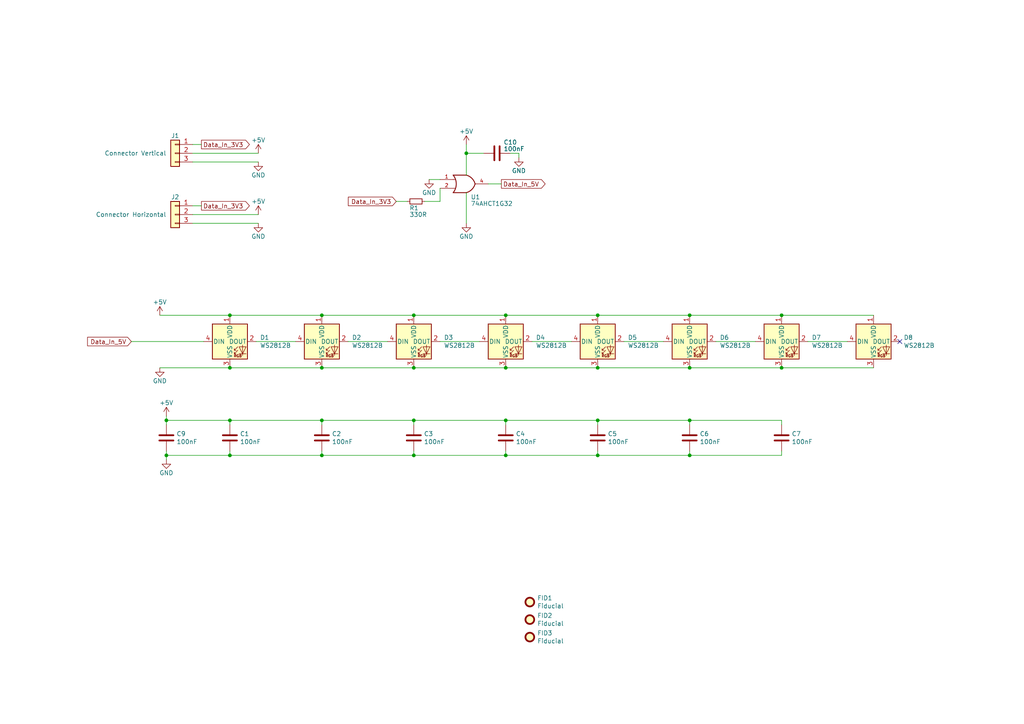
<source format=kicad_sch>
(kicad_sch (version 20211123) (generator eeschema)
  (paper "A4")
  (title_block (title "Index - Ring Light") (date "2021-09-14") (rev "04"))
  (lib_symbols
    (symbol "74xGxx:74AHCT1G32" (pin_names (offset 1.016))
      (property "Reference" "U" (at -2.54 3.81 0))
      (property "Value" "74AHCT1G32" (at 0 -3.81 0))
      (symbol "74AHCT1G32_0_1"
        (arc (start -3.81 -2.54) (mid -2.919 0) (end -3.81 2.54) (stroke (width 0.254)))
        (arc (start 0 -2.54) (mid 1.601 -1.601) (end 2.54 0) (stroke (width 0.254)))
        (polyline (pts (xy -3.81 -1.27) (xy -3.175 -1.27)))
        (polyline (pts (xy -3.81 1.27) (xy -3.175 1.27)))
        (polyline (pts (xy 0 -2.54) (xy -3.81 -2.54)) (stroke (width 0.254)) (fill (type background)))
        (polyline (pts (xy 0 2.54) (xy -3.81 2.54)) (stroke (width 0.254)) (fill (type background)))
        (arc (start 2.54 0) (mid 1.6136 1.6136) (end 0 2.54) (stroke (width 0.254)))
      )
      (symbol "74AHCT1G32_1_1"
        (pin input line (at -7.62 1.27 0) (length 3.81) (name "~") (number "1"))
        (pin input line (at -7.62 -1.27 0) (length 3.81) (name "~") (number "2"))
        (pin power_in line (at 0 -2.54 270) (length 0) hide (name "GND") (number "3"))
        (pin output line (at 6.35 0 180) (length 3.81) (name "~") (number "4"))
        (pin power_in line (at 0 2.54 90) (length 0) hide (name "VCC") (number "5"))
      )
    )
    (symbol "Connector_Generic:Conn_01x03" (pin_names (offset 1.016) hide)
      (property "Reference" "J" (at 0 5.08 0))
      (property "Value" "Conn_01x03" (at 0 -5.08 0))
      (symbol "Conn_01x03_1_1"
        (rectangle (start -1.27 -2.413) (end 0 -2.667) (stroke (width 0.1524)))
        (rectangle (start -1.27 0.127) (end 0 -0.127) (stroke (width 0.1524)))
        (rectangle (start -1.27 2.667) (end 0 2.413) (stroke (width 0.1524)))
        (rectangle (start -1.27 3.81) (end 1.27 -3.81) (stroke (width 0.254)) (fill (type background)))
        (pin passive line (at -5.08 2.54 0) (length 3.81) (name "Pin_1") (number "1"))
        (pin passive line (at -5.08 0 0) (length 3.81) (name "Pin_2") (number "2"))
        (pin passive line (at -5.08 -2.54 0) (length 3.81) (name "Pin_3") (number "3"))
      )
    )
    (symbol "Device:C" (pin_numbers hide) (pin_names (offset 0.254))
      (property "Reference" "C" (at 0.635 2.54 0))
      (property "Value" "C" (at 0.635 -2.54 0))
      (symbol "C_0_1"
        (polyline (pts (xy -2.032 -0.762) (xy 2.032 -0.762)) (stroke (width 0.508)))
        (polyline (pts (xy -2.032 0.762) (xy 2.032 0.762)) (stroke (width 0.508)))
      )
      (symbol "C_1_1"
        (pin passive line (at 0 3.81 270) (length 2.794) (name "~") (number "1"))
        (pin passive line (at 0 -3.81 90) (length 2.794) (name "~") (number "2"))
      )
    )
    (symbol "Device:R_Small" (pin_numbers hide) (pin_names (offset 0.254) hide)
      (property "Reference" "R" (at 0.762 0.508 0))
      (property "Value" "R_Small" (at 0.762 -1.016 0))
      (symbol "R_Small_0_1"
        (rectangle (start -0.762 1.778) (end 0.762 -1.778) (stroke (width 0.2032)))
      )
      (symbol "R_Small_1_1"
        (pin passive line (at 0 2.54 270) (length 0.762) (name "~") (number "1"))
        (pin passive line (at 0 -2.54 90) (length 0.762) (name "~") (number "2"))
      )
    )
    (symbol "LED:WS2812B" (pin_names (offset 0.254))
      (property "Reference" "D" (at 5.08 5.715 0))
      (property "Value" "WS2812B" (at 1.27 -5.715 0))
      (symbol "WS2812B_0_0"
        (text "RGB" (at 2.286 -4.191 0) (effects (font (size 0.762 0.762))))
      )
      (symbol "WS2812B_0_1"
        (polyline (pts (xy 1.27 -3.556) (xy 1.778 -3.556)))
        (polyline (pts (xy 1.27 -2.54) (xy 1.778 -2.54)))
        (polyline (pts (xy 4.699 -3.556) (xy 2.667 -3.556)))
        (polyline (pts (xy 2.286 -2.54) (xy 1.27 -3.556) (xy 1.27 -3.048)))
        (polyline (pts (xy 2.286 -1.524) (xy 1.27 -2.54) (xy 1.27 -2.032)))
        (polyline (pts (xy 3.683 -1.016) (xy 3.683 -3.556) (xy 3.683 -4.064)))
        (polyline (pts (xy 4.699 -1.524) (xy 2.667 -1.524) (xy 3.683 -3.556) (xy 4.699 -1.524)))
        (rectangle (start 5.08 5.08) (end -5.08 -5.08) (stroke (width 0.254)) (fill (type background)))
      )
      (symbol "WS2812B_1_1"
        (pin power_in line (at 0 7.62 270) (length 2.54) (name "VDD") (number "1"))
        (pin output line (at 7.62 0 180) (length 2.54) (name "DOUT") (number "2"))
        (pin power_in line (at 0 -7.62 90) (length 2.54) (name "VSS") (number "3"))
        (pin input line (at -7.62 0 0) (length 2.54) (name "DIN") (number "4"))
      )
    )
    (symbol "Mechanical:Fiducial"
      (property "Reference" "FID" (at 0 5.08 0))
      (property "Value" "Fiducial" (at 0 3.175 0))
      (symbol "Fiducial_0_1"
        (circle (center 0 0) (radius 1.27) (stroke (width 0.508)) (fill (type background)))
      )
    )
    (symbol "power:+5V" (power) (pin_names (offset 0))
      (property "Value" "+5V" (at 0 3.556 0))
      (symbol "+5V_0_1"
        (polyline (pts (xy -0.762 1.27) (xy 0 2.54)))
        (polyline (pts (xy 0 0) (xy 0 2.54)))
        (polyline (pts (xy 0 2.54) (xy 0.762 1.27)))
      )
      (symbol "+5V_1_1"
        (pin power_in line (at 0 0 90) (length 0) hide (name "+5V") (number "1"))
      )
    )
    (symbol "power:GND" (power) (pin_names (offset 0))
      (property "Value" "GND" (at 0 -3.81 0))
      (symbol "GND_0_1"
        (polyline (pts (xy 0 0) (xy 0 -1.27) (xy 1.27 -1.27) (xy 0 -2.54) (xy -1.27 -1.27) (xy 0 -1.27)))
      )
      (symbol "GND_1_1"
        (pin power_in line (at 0 0 270) (length 0) hide (name "GND") (number "1"))
      )
    )
  )
  (junction (at 173.355 106.68))
  (junction (at 66.675 91.44))
  (junction (at 93.345 132.08))
  (junction (at 66.675 121.92))
  (junction (at 66.675 106.68))
  (junction (at 120.015 106.68))
  (junction (at 226.695 106.68))
  (junction (at 173.355 132.08))
  (junction (at 146.685 91.44))
  (junction (at 226.695 91.44))
  (junction (at 48.26 132.08))
  (junction (at 146.685 132.08))
  (junction (at 66.675 132.08))
  (junction (at 120.015 91.44))
  (junction (at 93.345 121.92))
  (junction (at 120.015 121.92))
  (junction (at 146.685 121.92))
  (junction (at 146.685 106.68))
  (junction (at 200.025 91.44))
  (junction (at 93.345 106.68))
  (junction (at 120.015 132.08))
  (junction (at 200.025 106.68))
  (junction (at 200.025 132.08))
  (junction (at 93.345 91.44))
  (junction (at 173.355 121.92))
  (junction (at 200.025 121.92))
  (junction (at 135.255 44.45))
  (junction (at 173.355 91.44))
  (junction (at 48.26 121.92))
  (no_connect (at 260.985 99.06))
  (wire (pts (xy 173.355 91.44) (xy 200.025 91.44)))
  (wire (pts (xy 150.495 44.45) (xy 150.495 45.72)))
  (wire (pts (xy 120.015 91.44) (xy 146.685 91.44)))
  (wire (pts (xy 120.015 121.92) (xy 146.685 121.92)))
  (wire (pts (xy 93.345 106.68) (xy 66.675 106.68)))
  (wire (pts (xy 46.355 91.44) (xy 66.675 91.44)))
  (wire (pts (xy 200.025 121.92) (xy 200.025 123.19)))
  (wire (pts (xy 66.675 121.92) (xy 66.675 123.19)))
  (wire (pts (xy 55.88 41.91) (xy 58.42 41.91)))
  (wire (pts (xy 120.015 132.08) (xy 146.685 132.08)))
  (wire (pts (xy 127.635 99.06) (xy 139.065 99.06)))
  (wire (pts (xy 38.1 99.06) (xy 59.055 99.06)))
  (wire (pts (xy 146.685 132.08) (xy 146.685 130.81)))
  (wire (pts (xy 55.88 59.69) (xy 58.42 59.69)))
  (wire (pts (xy 207.645 99.06) (xy 219.075 99.06)))
  (wire (pts (xy 141.605 53.34) (xy 145.415 53.34)))
  (wire (pts (xy 140.335 44.45) (xy 135.255 44.45)))
  (wire (pts (xy 154.305 99.06) (xy 165.735 99.06)))
  (wire (pts (xy 66.675 132.08) (xy 93.345 132.08)))
  (wire (pts (xy 48.26 130.81) (xy 48.26 132.08)))
  (wire (pts (xy 48.26 121.92) (xy 48.26 123.19)))
  (wire (pts (xy 180.975 99.06) (xy 192.405 99.06)))
  (wire (pts (xy 93.345 91.44) (xy 120.015 91.44)))
  (wire (pts (xy 234.315 99.06) (xy 245.745 99.06)))
  (wire (pts (xy 55.88 44.45) (xy 74.93 44.45)))
  (wire (pts (xy 200.025 106.68) (xy 226.695 106.68)))
  (wire (pts (xy 55.88 62.23) (xy 74.93 62.23)))
  (wire (pts (xy 66.675 132.08) (xy 66.675 130.81)))
  (wire (pts (xy 173.355 132.08) (xy 200.025 132.08)))
  (wire (pts (xy 55.88 64.77) (xy 74.93 64.77)))
  (wire (pts (xy 93.345 132.08) (xy 93.345 130.81)))
  (wire (pts (xy 200.025 132.08) (xy 200.025 130.81)))
  (wire (pts (xy 173.355 121.92) (xy 173.355 123.19)))
  (wire (pts (xy 100.965 99.06) (xy 112.395 99.06)))
  (wire (pts (xy 200.025 132.08) (xy 226.695 132.08)))
  (wire (pts (xy 93.345 132.08) (xy 120.015 132.08)))
  (wire (pts (xy 46.355 106.68) (xy 66.675 106.68)))
  (wire (pts (xy 135.255 44.45) (xy 135.255 50.8)))
  (wire (pts (xy 120.015 121.92) (xy 120.015 123.19)))
  (wire (pts (xy 173.355 121.92) (xy 200.025 121.92)))
  (wire (pts (xy 226.695 121.92) (xy 226.695 123.19)))
  (wire (pts (xy 135.255 55.88) (xy 135.255 64.77)))
  (wire (pts (xy 173.355 132.08) (xy 173.355 130.81)))
  (wire (pts (xy 200.025 106.68) (xy 173.355 106.68)))
  (wire (pts (xy 93.345 121.92) (xy 120.015 121.92)))
  (wire (pts (xy 146.685 106.68) (xy 173.355 106.68)))
  (wire (pts (xy 147.955 44.45) (xy 150.495 44.45)))
  (wire (pts (xy 120.015 106.68) (xy 146.685 106.68)))
  (wire (pts (xy 146.685 121.92) (xy 146.685 123.19)))
  (wire (pts (xy 200.025 91.44) (xy 226.695 91.44)))
  (wire (pts (xy 146.685 132.08) (xy 173.355 132.08)))
  (wire (pts (xy 226.695 91.44) (xy 253.365 91.44)))
  (wire (pts (xy 48.26 132.08) (xy 48.26 133.35)))
  (wire (pts (xy 226.695 132.08) (xy 226.695 130.81)))
  (wire (pts (xy 146.685 91.44) (xy 173.355 91.44)))
  (wire (pts (xy 48.26 120.65) (xy 48.26 121.92)))
  (wire (pts (xy 74.295 99.06) (xy 85.725 99.06)))
  (wire (pts (xy 93.345 121.92) (xy 93.345 123.19)))
  (wire (pts (xy 55.88 46.99) (xy 74.93 46.99)))
  (wire (pts (xy 48.26 132.08) (xy 66.675 132.08)))
  (wire (pts (xy 93.345 106.68) (xy 120.015 106.68)))
  (wire (pts (xy 135.255 41.91) (xy 135.255 44.45)))
  (wire (pts (xy 66.675 121.92) (xy 93.345 121.92)))
  (wire (pts (xy 48.26 121.92) (xy 66.675 121.92)))
  (wire (pts (xy 120.015 132.08) (xy 120.015 130.81)))
  (wire (pts (xy 200.025 121.92) (xy 226.695 121.92)))
  (wire (pts (xy 123.19 58.42) (xy 127.635 58.42)))
  (wire (pts (xy 127.635 52.07) (xy 124.46 52.07)))
  (wire (pts (xy 226.695 106.68) (xy 253.365 106.68)))
  (wire (pts (xy 146.685 121.92) (xy 173.355 121.92)))
  (wire (pts (xy 127.635 54.61) (xy 127.635 58.42)))
  (wire (pts (xy 114.935 58.42) (xy 118.11 58.42)))
  (wire (pts (xy 66.675 91.44) (xy 93.345 91.44)))
  (global_label "Data_In_3V3" (shape output) (at 58.42 41.91 0) (property "Intersheet References" "${INTERSHEET_REFS}" (effects hide)))
  (global_label "Data_In_3V3" (shape input) (at 114.935 58.42 180) (property "Intersheet References" "${INTERSHEET_REFS}" (effects hide)))
  (global_label "Data_In_5V" (shape output) (at 145.415 53.34 0) (property "Intersheet References" "${INTERSHEET_REFS}" (effects hide)))
  (global_label "Data_In_3V3" (shape output) (at 58.42 59.69 0) (property "Intersheet References" "${INTERSHEET_REFS}" (effects hide)))
  (global_label "Data_In_5V" (shape input) (at 38.1 99.06 180) (property "Intersheet References" "${INTERSHEET_REFS}" (effects hide)))
  (symbol (lib_id "LED:WS2812B") (at 66.675 99.06 0) (unit 1)
    (property "Reference" "D1" (at 75.4126 97.8916 0) (effects (justify left)))
    (property "Value" "WS2812B" (at 75.4126 100.203 0) (effects (justify left)))
    (property "Footprint" "LED_SMD:LED_WS2812B_PLCC4_5.0x5.0mm_P3.2mm" (effects hide))
    (property "Datasheet" "https://cdn-shop.adafruit.com/datasheets/WS2812B.pdf" (effects hide))
    (property "Part #" "WS2812B" (effects hide))
    (property "JLCPCB" "C114586" (effects hide))
    (property "LCSC" "C114586" (effects hide))
  )
  (symbol (lib_id "LED:WS2812B") (at 93.345 99.06 0) (unit 1)
    (property "Reference" "D2" (at 102.0826 97.8916 0) (effects (justify left)))
    (property "Value" "WS2812B" (at 102.0826 100.203 0) (effects (justify left)))
    (property "Footprint" "LED_SMD:LED_WS2812B_PLCC4_5.0x5.0mm_P3.2mm" (effects hide))
    (property "Datasheet" "https://cdn-shop.adafruit.com/datasheets/WS2812B.pdf" (effects hide))
    (property "Part #" "WS2812B" (effects hide))
    (property "JLCPCB" "C114586" (effects hide))
    (property "LCSC" "C114586" (effects hide))
  )
  (symbol (lib_id "LED:WS2812B") (at 120.015 99.06 0) (unit 1)
    (property "Reference" "D3" (at 128.7526 97.8916 0) (effects (justify left)))
    (property "Value" "WS2812B" (at 128.7526 100.203 0) (effects (justify left)))
    (property "Footprint" "LED_SMD:LED_WS2812B_PLCC4_5.0x5.0mm_P3.2mm" (effects hide))
    (property "Datasheet" "https://cdn-shop.adafruit.com/datasheets/WS2812B.pdf" (effects hide))
    (property "Part #" "WS2812B" (effects hide))
    (property "JLCPCB" "C114586" (effects hide))
    (property "LCSC" "C114586" (effects hide))
  )
  (symbol (lib_id "LED:WS2812B") (at 146.685 99.06 0) (unit 1)
    (property "Reference" "D4" (at 155.4226 97.8916 0) (effects (justify left)))
    (property "Value" "WS2812B" (at 155.4226 100.203 0) (effects (justify left)))
    (property "Footprint" "LED_SMD:LED_WS2812B_PLCC4_5.0x5.0mm_P3.2mm" (effects hide))
    (property "Datasheet" "https://cdn-shop.adafruit.com/datasheets/WS2812B.pdf" (effects hide))
    (property "Part #" "WS2812B" (effects hide))
    (property "JLCPCB" "C114586" (effects hide))
    (property "LCSC" "C114586" (effects hide))
  )
  (symbol (lib_id "LED:WS2812B") (at 173.355 99.06 0) (unit 1)
    (property "Reference" "D5" (at 182.0926 97.8916 0) (effects (justify left)))
    (property "Value" "WS2812B" (at 182.0926 100.203 0) (effects (justify left)))
    (property "Footprint" "LED_SMD:LED_WS2812B_PLCC4_5.0x5.0mm_P3.2mm" (effects hide))
    (property "Datasheet" "https://cdn-shop.adafruit.com/datasheets/WS2812B.pdf" (effects hide))
    (property "Part #" "WS2812B" (effects hide))
    (property "JLCPCB" "C114586" (effects hide))
    (property "LCSC" "C114586" (effects hide))
  )
  (symbol (lib_id "LED:WS2812B") (at 200.025 99.06 0) (unit 1)
    (property "Reference" "D6" (at 208.7626 97.8916 0) (effects (justify left)))
    (property "Value" "WS2812B" (at 208.7626 100.203 0) (effects (justify left)))
    (property "Footprint" "LED_SMD:LED_WS2812B_PLCC4_5.0x5.0mm_P3.2mm" (effects hide))
    (property "Datasheet" "https://cdn-shop.adafruit.com/datasheets/WS2812B.pdf" (effects hide))
    (property "Part #" "WS2812B" (effects hide))
    (property "JLCPCB" "C114586" (effects hide))
    (property "LCSC" "C114586" (effects hide))
  )
  (symbol (lib_id "LED:WS2812B") (at 226.695 99.06 0) (unit 1)
    (property "Reference" "D7" (at 235.4326 97.8916 0) (effects (justify left)))
    (property "Value" "WS2812B" (at 235.4326 100.203 0) (effects (justify left)))
    (property "Footprint" "LED_SMD:LED_WS2812B_PLCC4_5.0x5.0mm_P3.2mm" (effects hide))
    (property "Datasheet" "https://cdn-shop.adafruit.com/datasheets/WS2812B.pdf" (effects hide))
    (property "Part #" "WS2812B" (effects hide))
    (property "JLCPCB" "C114586" (effects hide))
    (property "LCSC" "C114586" (effects hide))
  )
  (symbol (lib_id "LED:WS2812B") (at 253.365 99.06 0) (unit 1)
    (property "Reference" "D8" (at 262.1026 97.8916 0) (effects (justify left)))
    (property "Value" "WS2812B" (at 262.1026 100.203 0) (effects (justify left)))
    (property "Footprint" "LED_SMD:LED_WS2812B_PLCC4_5.0x5.0mm_P3.2mm" (effects hide))
    (property "Datasheet" "https://cdn-shop.adafruit.com/datasheets/WS2812B.pdf" (effects hide))
    (property "Part #" "WS2812B" (effects hide))
    (property "JLCPCB" "C114586" (effects hide))
    (property "LCSC" "C114586" (effects hide))
  )
  (symbol (lib_id "Mechanical:Fiducial") (at 153.67 174.625 0) (unit 1)
    (property "Reference" "FID1" (at 155.829 173.4566 0) (effects (justify left)))
    (property "Value" "Fiducial" (at 155.829 175.768 0) (effects (justify left)))
    (property "Footprint" "Fiducial:Fiducial_1mm_Mask2mm" (effects hide))
  )
  (symbol (lib_id "Mechanical:Fiducial") (at 153.67 179.705 0) (unit 1)
    (property "Reference" "FID2" (at 155.829 178.5366 0) (effects (justify left)))
    (property "Value" "Fiducial" (at 155.829 180.848 0) (effects (justify left)))
    (property "Footprint" "Fiducial:Fiducial_1mm_Mask2mm" (effects hide))
  )
  (symbol (lib_id "Mechanical:Fiducial") (at 153.67 184.785 0) (unit 1)
    (property "Reference" "FID3" (at 155.829 183.6166 0) (effects (justify left)))
    (property "Value" "Fiducial" (at 155.829 185.928 0) (effects (justify left)))
    (property "Footprint" "Fiducial:Fiducial_1mm_Mask2mm" (effects hide))
  )
  (symbol (lib_id "power:GND") (at 46.355 106.68 0) (unit 1)
    (property "Reference" "#PWR0101" (effects hide))
    (property "Value" "GND" (at 46.355 110.49 0))
  )
  (symbol (lib_id "power:+5V") (at 46.355 91.44 0) (unit 1)
    (property "Reference" "#PWR0102" (effects hide))
    (property "Value" "+5V" (at 46.355 87.63 0))
  )
  (symbol (lib_id "power:+5V") (at 48.26 120.65 0) (unit 1)
    (property "Reference" "#PWR0107" (effects hide))
    (property "Value" "+5V" (at 48.26 116.84 0))
  )
  (symbol (lib_id "power:GND") (at 48.26 133.35 0) (unit 1)
    (property "Reference" "#PWR0108" (effects hide))
    (property "Value" "GND" (at 48.26 137.16 0))
  )
  (symbol (lib_id "Device:C") (at 66.675 127 0) (unit 1)
    (property "Reference" "C1" (at 69.596 125.8316 0) (effects (justify left)))
    (property "Value" "100nF" (at 69.596 128.143 0) (effects (justify left)))
    (property "Footprint" "Capacitor_SMD:C_0805_2012Metric" (effects hide))
    (property "Part #" "CC0805KRX7R9BB104" (effects hide))
    (property "JLCPCB" "C49678" (effects hide))
    (property "LCSC" "C49678" (effects hide))
  )
  (symbol (lib_id "Connector_Generic:Conn_01x03") (at 50.8 62.23 0) (mirror y) (unit 1)
    (property "Reference" "J2" (at 50.8 57.15 0))
    (property "Value" "Connector Horizontal" (at 48.26 62.23 0) (effects (justify left)))
    (property "Footprint" "Connector_JST:JST_XH_S3B-XH-A-1_1x03_P2.50mm_Horizontal" (effects hide))
    (property "Part #" "S3B-XH-A-1(LF)(SN)" (effects hide))
    (property "JLCPCB" "C163036" (effects hide))
    (property "LCSC" "C163036" (effects hide))
  )
  (symbol (lib_id "power:+5V") (at 74.93 44.45 0) (unit 1)
    (property "Reference" "#PWR0103" (effects hide))
    (property "Value" "+5V" (at 74.93 40.64 0))
  )
  (symbol (lib_id "power:GND") (at 74.93 46.99 0) (unit 1)
    (property "Reference" "#PWR0104" (effects hide))
    (property "Value" "GND" (at 74.93 50.8 0))
  )
  (symbol (lib_id "power:GND") (at 135.255 64.77 0) (unit 1)
    (property "Reference" "#PWR0109" (effects hide))
    (property "Value" "GND" (at 135.255 68.58 0))
  )
  (symbol (lib_id "power:GND") (at 150.495 45.72 0) (unit 1)
    (property "Reference" "#PWR0110" (effects hide))
    (property "Value" "GND" (at 150.495 49.53 0))
  )
  (symbol (lib_id "power:+5V") (at 135.255 41.91 0) (unit 1)
    (property "Reference" "#PWR0111" (effects hide))
    (property "Value" "+5V" (at 135.255 38.1 0))
  )
  (symbol (lib_id "Device:C") (at 144.145 44.45 90) (unit 1)
    (property "Reference" "C10" (at 146.05 41.275 90) (effects (justify right)))
    (property "Value" "100nF" (at 146.05 43.18 90) (effects (justify right)))
    (property "Footprint" "Capacitor_SMD:C_0805_2012Metric" (effects hide))
    (property "Part #" "CC0805KRX7R9BB104" (effects hide))
    (property "JLCPCB" "C49678" (effects hide))
    (property "LCSC" "C49678" (effects hide))
  )
  (symbol (lib_id "Connector_Generic:Conn_01x03") (at 50.8 44.45 0) (mirror y) (unit 1)
    (property "Reference" "J1" (at 50.8 39.37 0))
    (property "Value" "Connector Vertical" (at 48.26 44.45 0) (effects (justify left)))
    (property "Footprint" "Connector_JST:JST_XH_B3B-XH-A_1x03_P2.50mm_Vertical" (effects hide))
    (property "Part #" "B3B-XH-A(LF)(SN)" (effects hide))
    (property "JLCPCB" "C144394" (effects hide))
    (property "LCSC" "C144394" (effects hide))
  )
  (symbol (lib_id "Device:C") (at 93.345 127 0) (unit 1)
    (property "Reference" "C2" (at 96.266 125.8316 0) (effects (justify left)))
    (property "Value" "100nF" (at 96.266 128.143 0) (effects (justify left)))
    (property "Footprint" "Capacitor_SMD:C_0805_2012Metric" (effects hide))
    (property "Part #" "CC0805KRX7R9BB104" (effects hide))
    (property "JLCPCB" "C49678" (effects hide))
    (property "LCSC" "C49678" (effects hide))
  )
  (symbol (lib_id "Device:C") (at 120.015 127 0) (unit 1)
    (property "Reference" "C3" (at 122.936 125.8316 0) (effects (justify left)))
    (property "Value" "100nF" (at 122.936 128.143 0) (effects (justify left)))
    (property "Footprint" "Capacitor_SMD:C_0805_2012Metric" (effects hide))
    (property "Part #" "CC0805KRX7R9BB104" (effects hide))
    (property "JLCPCB" "C49678" (effects hide))
    (property "LCSC" "C49678" (effects hide))
  )
  (symbol (lib_id "Device:C") (at 146.685 127 0) (unit 1)
    (property "Reference" "C4" (at 149.606 125.8316 0) (effects (justify left)))
    (property "Value" "100nF" (at 149.606 128.143 0) (effects (justify left)))
    (property "Footprint" "Capacitor_SMD:C_0805_2012Metric" (effects hide))
    (property "Part #" "CC0805KRX7R9BB104" (effects hide))
    (property "JLCPCB" "C49678" (effects hide))
    (property "LCSC" "C49678" (effects hide))
  )
  (symbol (lib_id "Device:C") (at 173.355 127 0) (unit 1)
    (property "Reference" "C5" (at 176.276 125.8316 0) (effects (justify left)))
    (property "Value" "100nF" (at 176.276 128.143 0) (effects (justify left)))
    (property "Footprint" "Capacitor_SMD:C_0805_2012Metric" (effects hide))
    (property "Part #" "CC0805KRX7R9BB104" (effects hide))
    (property "JLCPCB" "C49678" (effects hide))
    (property "LCSC" "C49678" (effects hide))
  )
  (symbol (lib_id "Device:C") (at 200.025 127 0) (unit 1)
    (property "Reference" "C6" (at 202.946 125.8316 0) (effects (justify left)))
    (property "Value" "100nF" (at 202.946 128.143 0) (effects (justify left)))
    (property "Footprint" "Capacitor_SMD:C_0805_2012Metric" (effects hide))
    (property "Part #" "CC0805KRX7R9BB104" (effects hide))
    (property "JLCPCB" "C49678" (effects hide))
    (property "LCSC" "C49678" (effects hide))
  )
  (symbol (lib_id "power:+5V") (at 74.93 62.23 0) (unit 1)
    (property "Reference" "#PWR0105" (effects hide))
    (property "Value" "+5V" (at 74.93 58.42 0))
  )
  (symbol (lib_id "Device:C") (at 226.695 127 0) (unit 1)
    (property "Reference" "C7" (at 229.616 125.8316 0) (effects (justify left)))
    (property "Value" "100nF" (at 229.616 128.143 0) (effects (justify left)))
    (property "Footprint" "Capacitor_SMD:C_0805_2012Metric" (effects hide))
    (property "Part #" "CC0805KRX7R9BB104" (effects hide))
    (property "JLCPCB" "C49678" (effects hide))
    (property "LCSC" "C49678" (effects hide))
  )
  (symbol (lib_id "power:GND") (at 74.93 64.77 0) (unit 1)
    (property "Reference" "#PWR0106" (effects hide))
    (property "Value" "GND" (at 74.93 68.58 0))
  )
  (symbol (lib_id "Device:R_Small") (at 120.65 58.42 270) (unit 1)
    (property "Reference" "R1" (at 118.745 60.325 90) (effects (justify left)))
    (property "Value" "330R" (at 118.745 62.23 90) (effects (justify left)))
    (property "Footprint" "Resistor_SMD:R_0805_2012Metric" (effects hide))
    (property "Part #" "0805W8F3300T5E" (effects hide))
    (property "JLCPCB" "C17630" (effects hide))
    (property "LCSC" "C17630" (effects hide))
  )
  (symbol (lib_id "74xGxx:74AHCT1G32") (at 135.255 53.34 0) (unit 1)
    (property "Reference" "U1" (at 136.525 57.15 0) (effects (justify left)))
    (property "Value" "74AHCT1G32" (at 136.525 59.055 0) (effects (justify left)))
    (property "Footprint" "Package_TO_SOT_SMD:SOT-353_SC-70-5" (effects hide))
    (property "Datasheet" "http://www.ti.com/lit/sg/scyt129e/scyt129e.pdf" (effects hide))
    (property "JLCPCB" "C43450" (effects hide))
    (property "LCSC" "C43450" (effects hide))
  )
  (symbol (lib_id "power:GND") (at 124.46 52.07 0) (unit 1)
    (property "Reference" "#PWR0112" (effects hide))
    (property "Value" "GND" (at 124.46 55.88 0))
  )
  (symbol (lib_id "Device:C") (at 48.26 127 0) (unit 1)
    (property "Reference" "C9" (at 51.181 125.8316 0) (effects (justify left)))
    (property "Value" "100nF" (at 51.181 128.143 0) (effects (justify left)))
    (property "Footprint" "Capacitor_SMD:C_0805_2012Metric" (effects hide))
    (property "Part #" "CC0805KRX7R9BB104" (effects hide))
    (property "JLCPCB" "C49678" (effects hide))
    (property "LCSC" "C49678" (effects hide))
  )
)
</source>
